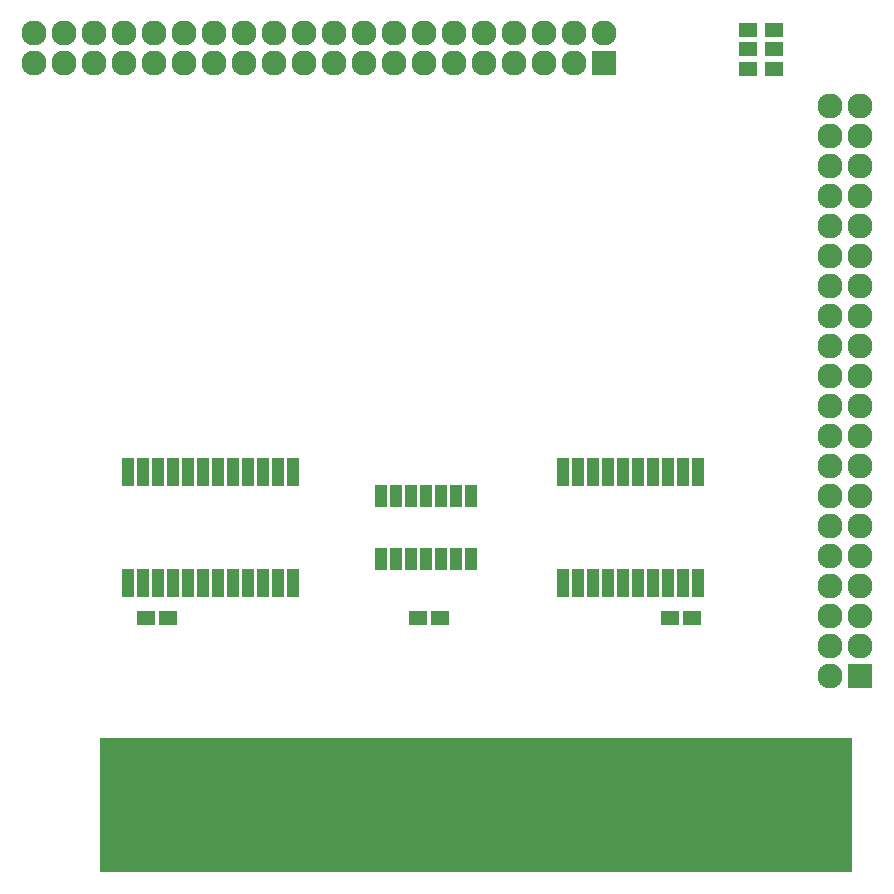
<source format=gbr>
G04 #@! TF.FileFunction,Soldermask,Bot*
%FSLAX46Y46*%
G04 Gerber Fmt 4.6, Leading zero omitted, Abs format (unit mm)*
G04 Created by KiCad (PCBNEW 4.0.7) date 08/27/18 09:58:05*
%MOMM*%
%LPD*%
G01*
G04 APERTURE LIST*
%ADD10C,0.100000*%
%ADD11R,2.127200X2.127200*%
%ADD12O,2.127200X2.127200*%
%ADD13R,2.824000X11.460000*%
%ADD14R,1.600000X1.300000*%
%ADD15R,1.600000X1.150000*%
%ADD16R,1.000000X2.400000*%
%ADD17R,1.000000X1.900000*%
%ADD18R,1.000000X2.350000*%
G04 APERTURE END LIST*
D10*
D11*
X180784000Y-126873000D03*
D12*
X178244000Y-126873000D03*
X180784000Y-124333000D03*
X178244000Y-124333000D03*
X180784000Y-121793000D03*
X178244000Y-121793000D03*
X180784000Y-119253000D03*
X178244000Y-119253000D03*
X180784000Y-116713000D03*
X178244000Y-116713000D03*
X180784000Y-114173000D03*
X178244000Y-114173000D03*
X180784000Y-111633000D03*
X178244000Y-111633000D03*
X180784000Y-109093000D03*
X178244000Y-109093000D03*
X180784000Y-106553000D03*
X178244000Y-106553000D03*
X180784000Y-104013000D03*
X178244000Y-104013000D03*
X180784000Y-101473000D03*
X178244000Y-101473000D03*
X180784000Y-98933000D03*
X178244000Y-98933000D03*
X180784000Y-96393000D03*
X178244000Y-96393000D03*
X180784000Y-93853000D03*
X178244000Y-93853000D03*
X180784000Y-91313000D03*
X178244000Y-91313000D03*
X180784000Y-88773000D03*
X178244000Y-88773000D03*
X180784000Y-86233000D03*
X178244000Y-86233000D03*
X180784000Y-83693000D03*
X178244000Y-83693000D03*
X180784000Y-81153000D03*
X178244000Y-81153000D03*
X180784000Y-78613000D03*
X178244000Y-78613000D03*
D13*
X178689000Y-137795000D03*
X176149000Y-137795000D03*
X173609000Y-137795000D03*
X171069000Y-137795000D03*
X168529000Y-137795000D03*
X165989000Y-137795000D03*
X163449000Y-137795000D03*
X160909000Y-137795000D03*
X158369000Y-137795000D03*
X155829000Y-137795000D03*
X153289000Y-137795000D03*
X150749000Y-137795000D03*
X148209000Y-137795000D03*
X145669000Y-137795000D03*
X143129000Y-137795000D03*
X140589000Y-137795000D03*
X138049000Y-137795000D03*
X135509000Y-137795000D03*
X132969000Y-137795000D03*
X130429000Y-137795000D03*
X127889000Y-137795000D03*
X125349000Y-137795000D03*
X122809000Y-137795000D03*
X120269000Y-137795000D03*
X117729000Y-137795000D03*
D14*
X171302000Y-72136000D03*
X173502000Y-72136000D03*
X171302000Y-73787000D03*
X173502000Y-73787000D03*
X171302000Y-75438000D03*
X173502000Y-75438000D03*
D11*
X159068000Y-74993500D03*
D12*
X159068000Y-72453500D03*
X156528000Y-74993500D03*
X156528000Y-72453500D03*
X153988000Y-74993500D03*
X153988000Y-72453500D03*
X151448000Y-74993500D03*
X151448000Y-72453500D03*
X148908000Y-74993500D03*
X148908000Y-72453500D03*
X146368000Y-74993500D03*
X146368000Y-72453500D03*
X143828000Y-74993500D03*
X143828000Y-72453500D03*
X141288000Y-74993500D03*
X141288000Y-72453500D03*
X138748000Y-74993500D03*
X138748000Y-72453500D03*
X136208000Y-74993500D03*
X136208000Y-72453500D03*
X133668000Y-74993500D03*
X133668000Y-72453500D03*
X131128000Y-74993500D03*
X131128000Y-72453500D03*
X128588000Y-74993500D03*
X128588000Y-72453500D03*
X126048000Y-74993500D03*
X126048000Y-72453500D03*
X123508000Y-74993500D03*
X123508000Y-72453500D03*
X120968000Y-74993500D03*
X120968000Y-72453500D03*
X118428000Y-74993500D03*
X118428000Y-72453500D03*
X115888000Y-74993500D03*
X115888000Y-72453500D03*
X113348000Y-74993500D03*
X113348000Y-72453500D03*
X110808000Y-74993500D03*
X110808000Y-72453500D03*
D15*
X120274000Y-121920000D03*
X122174000Y-121920000D03*
X143322000Y-121920000D03*
X145222000Y-121920000D03*
X164658000Y-121920000D03*
X166558000Y-121920000D03*
D16*
X132715000Y-119000000D03*
X131445000Y-119000000D03*
X130175000Y-119000000D03*
X128905000Y-119000000D03*
X127635000Y-119000000D03*
X126365000Y-119000000D03*
X125095000Y-119000000D03*
X123825000Y-119000000D03*
X122555000Y-119000000D03*
X121285000Y-119000000D03*
X120015000Y-119000000D03*
X118745000Y-119000000D03*
X118745000Y-109600000D03*
X120015000Y-109600000D03*
X121285000Y-109600000D03*
X122555000Y-109600000D03*
X123825000Y-109600000D03*
X125095000Y-109600000D03*
X126365000Y-109600000D03*
X127635000Y-109600000D03*
X128905000Y-109600000D03*
X130175000Y-109600000D03*
X131445000Y-109600000D03*
X132715000Y-109600000D03*
D17*
X147828000Y-117000000D03*
X146558000Y-117000000D03*
X145288000Y-117000000D03*
X144018000Y-117000000D03*
X142748000Y-117000000D03*
X141478000Y-117000000D03*
X140208000Y-117000000D03*
X140208000Y-111600000D03*
X141478000Y-111600000D03*
X142748000Y-111600000D03*
X144018000Y-111600000D03*
X145288000Y-111600000D03*
X146558000Y-111600000D03*
X147828000Y-111600000D03*
D18*
X167005000Y-119000000D03*
X165735000Y-119000000D03*
X164465000Y-119000000D03*
X163195000Y-119000000D03*
X161925000Y-119000000D03*
X160655000Y-119000000D03*
X159385000Y-119000000D03*
X158115000Y-119000000D03*
X156845000Y-119000000D03*
X155575000Y-119000000D03*
X155575000Y-109600000D03*
X156845000Y-109600000D03*
X158115000Y-109600000D03*
X159385000Y-109600000D03*
X160655000Y-109600000D03*
X161925000Y-109600000D03*
X163195000Y-109600000D03*
X164465000Y-109600000D03*
X165735000Y-109600000D03*
X167005000Y-109600000D03*
M02*

</source>
